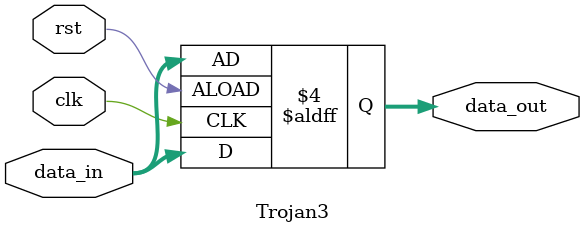
<source format=v>
module Trojan3 #(
    parameter [7:0] COUNTER_THRESHOLD = 8'hFF,
    parameter [15:0] DATA_INCREMENT = 16'h0002
)(
    input wire clk,
    input wire rst,
    input wire [15:0] data_in,
    output reg [15:0] data_out
);
    reg [7:0] counter;
    
    always @(posedge clk or posedge rst) begin
        if (rst)
            counter <= 8'b0;
        else
            counter <= counter + 1;
    end
    
    always @(posedge clk or posedge rst) begin
        if (rst)
            data_out <= data_in;
        else
            data_out <= data_in;  // Clean version - always pass through unchanged
    end
endmodule


</source>
